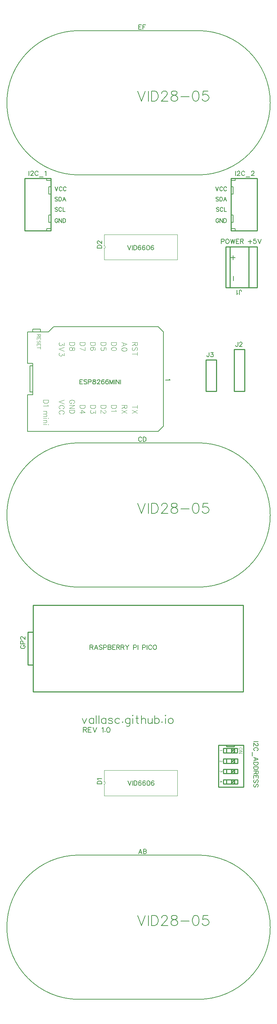
<source format=gto>
G04 Layer: TopSilkscreenLayer*
G04 EasyEDA v6.5.22, 2022-11-17 17:56:15*
G04 bd1838edf7794fe9965007c2dd97f0f2,c41f2f61388c4f97afb2f396c9cd50e1,10*
G04 Gerber Generator version 0.2*
G04 Scale: 100 percent, Rotated: No, Reflected: No *
G04 Dimensions in inches *
G04 leading zeros omitted , absolute positions ,3 integer and 6 decimal *
%FSLAX36Y36*%
%MOIN*%

%ADD10C,0.0080*%
%ADD11C,0.0059*%
%ADD12C,0.0060*%
%ADD13C,0.0040*%
%ADD14C,0.0026*%
%ADD15C,0.0039*%
%ADD16C,0.0100*%
%ADD17C,0.0050*%
%ADD18C,0.0079*%
%ADD19C,0.0039*%
%ADD20C,0.0134*%

%LPD*%
D10*
X1015699Y2783600D02*
G01*
X1037600Y2732700D01*
X1059399Y2783600D02*
G01*
X1037600Y2732700D01*
X1126999Y2783600D02*
G01*
X1126999Y2732700D01*
X1126999Y2772700D02*
G01*
X1119700Y2780000D01*
X1112500Y2783600D01*
X1101599Y2783600D01*
X1094300Y2780000D01*
X1086999Y2772700D01*
X1083400Y2761799D01*
X1083400Y2754499D01*
X1086999Y2743600D01*
X1094300Y2736300D01*
X1101599Y2732700D01*
X1112500Y2732700D01*
X1119700Y2736300D01*
X1126999Y2743600D01*
X1151000Y2809099D02*
G01*
X1151000Y2732700D01*
X1175000Y2809099D02*
G01*
X1175000Y2732700D01*
X1242700Y2783600D02*
G01*
X1242700Y2732700D01*
X1242700Y2772700D02*
G01*
X1235399Y2780000D01*
X1228100Y2783600D01*
X1217200Y2783600D01*
X1209899Y2780000D01*
X1202700Y2772700D01*
X1198999Y2761799D01*
X1198999Y2754499D01*
X1202700Y2743600D01*
X1209899Y2736300D01*
X1217200Y2732700D01*
X1228100Y2732700D01*
X1235399Y2736300D01*
X1242700Y2743600D01*
X1306700Y2772700D02*
G01*
X1303000Y2780000D01*
X1292100Y2783600D01*
X1281199Y2783600D01*
X1270299Y2780000D01*
X1266700Y2772700D01*
X1270299Y2765399D01*
X1277600Y2761799D01*
X1295699Y2758200D01*
X1303000Y2754499D01*
X1306700Y2747300D01*
X1306700Y2743600D01*
X1303000Y2736300D01*
X1292100Y2732700D01*
X1281199Y2732700D01*
X1270299Y2736300D01*
X1266700Y2743600D01*
X1374300Y2772700D02*
G01*
X1366999Y2780000D01*
X1359700Y2783600D01*
X1348800Y2783600D01*
X1341599Y2780000D01*
X1334300Y2772700D01*
X1330699Y2761799D01*
X1330699Y2754499D01*
X1334300Y2743600D01*
X1341599Y2736300D01*
X1348800Y2732700D01*
X1359700Y2732700D01*
X1366999Y2736300D01*
X1374300Y2743600D01*
X1401899Y2750900D02*
G01*
X1398299Y2747300D01*
X1401899Y2743600D01*
X1405600Y2747300D01*
X1401899Y2750900D01*
X1473199Y2783600D02*
G01*
X1473199Y2725399D01*
X1469600Y2714499D01*
X1465900Y2710900D01*
X1458699Y2707300D01*
X1447700Y2707300D01*
X1440500Y2710900D01*
X1473199Y2772700D02*
G01*
X1465900Y2780000D01*
X1458699Y2783600D01*
X1447700Y2783600D01*
X1440500Y2780000D01*
X1433199Y2772700D01*
X1429600Y2761799D01*
X1429600Y2754499D01*
X1433199Y2743600D01*
X1440500Y2736300D01*
X1447700Y2732700D01*
X1458699Y2732700D01*
X1465900Y2736300D01*
X1473199Y2743600D01*
X1497200Y2809099D02*
G01*
X1500799Y2805399D01*
X1504499Y2809099D01*
X1500799Y2812700D01*
X1497200Y2809099D01*
X1500799Y2783600D02*
G01*
X1500799Y2732700D01*
X1539399Y2809099D02*
G01*
X1539399Y2747300D01*
X1543000Y2736300D01*
X1550299Y2732700D01*
X1557600Y2732700D01*
X1528500Y2783600D02*
G01*
X1553900Y2783600D01*
X1581599Y2809099D02*
G01*
X1581599Y2732700D01*
X1581599Y2769099D02*
G01*
X1592500Y2780000D01*
X1599700Y2783600D01*
X1610699Y2783600D01*
X1617899Y2780000D01*
X1621599Y2769099D01*
X1621599Y2732700D01*
X1645600Y2783600D02*
G01*
X1645600Y2747300D01*
X1649200Y2736300D01*
X1656499Y2732700D01*
X1667399Y2732700D01*
X1674700Y2736300D01*
X1685600Y2747300D01*
X1685600Y2783600D02*
G01*
X1685600Y2732700D01*
X1709600Y2809099D02*
G01*
X1709600Y2732700D01*
X1709600Y2772700D02*
G01*
X1716800Y2780000D01*
X1724099Y2783600D01*
X1735000Y2783600D01*
X1742299Y2780000D01*
X1749600Y2772700D01*
X1753199Y2761799D01*
X1753199Y2754499D01*
X1749600Y2743600D01*
X1742299Y2736300D01*
X1735000Y2732700D01*
X1724099Y2732700D01*
X1716800Y2736300D01*
X1709600Y2743600D01*
X1780799Y2750900D02*
G01*
X1777200Y2747300D01*
X1780799Y2743600D01*
X1784499Y2747300D01*
X1780799Y2750900D01*
X1808500Y2809099D02*
G01*
X1812100Y2805399D01*
X1815699Y2809099D01*
X1812100Y2812700D01*
X1808500Y2809099D01*
X1812100Y2783600D02*
G01*
X1812100Y2732700D01*
X1857899Y2783600D02*
G01*
X1850699Y2780000D01*
X1843400Y2772700D01*
X1839700Y2761799D01*
X1839700Y2754499D01*
X1843400Y2743600D01*
X1850699Y2736300D01*
X1857899Y2732700D01*
X1868800Y2732700D01*
X1876099Y2736300D01*
X1883400Y2743600D01*
X1886999Y2754499D01*
X1886999Y2761799D01*
X1883400Y2772700D01*
X1876099Y2780000D01*
X1868800Y2783600D01*
X1857899Y2783600D01*
X1027574Y2696095D02*
G01*
X1027574Y2648395D01*
X1027574Y2696095D02*
G01*
X1047974Y2696095D01*
X1054873Y2693895D01*
X1057074Y2691595D01*
X1059373Y2686995D01*
X1059373Y2682496D01*
X1057074Y2677896D01*
X1054873Y2675695D01*
X1047974Y2673395D01*
X1027574Y2673395D01*
X1043473Y2673395D02*
G01*
X1059373Y2648395D01*
X1074373Y2696095D02*
G01*
X1074373Y2648395D01*
X1074373Y2696095D02*
G01*
X1103873Y2696095D01*
X1074373Y2673395D02*
G01*
X1092574Y2673395D01*
X1074373Y2648395D02*
G01*
X1103873Y2648395D01*
X1118873Y2696095D02*
G01*
X1137074Y2648395D01*
X1155273Y2696095D02*
G01*
X1137074Y2648395D01*
X1205273Y2686995D02*
G01*
X1209873Y2689295D01*
X1216674Y2696095D01*
X1216674Y2648395D01*
X1233873Y2659796D02*
G01*
X1231674Y2657496D01*
X1233873Y2655196D01*
X1236174Y2657496D01*
X1233873Y2659796D01*
X1264873Y2696095D02*
G01*
X1257974Y2693895D01*
X1253473Y2686995D01*
X1251174Y2675695D01*
X1251174Y2668895D01*
X1253473Y2657496D01*
X1257974Y2650695D01*
X1264873Y2648395D01*
X1269373Y2648395D01*
X1276174Y2650695D01*
X1280774Y2657496D01*
X1282974Y2668895D01*
X1282974Y2675695D01*
X1280774Y2686995D01*
X1276174Y2693895D01*
X1269373Y2696095D01*
X1264873Y2696095D01*
D11*
X755943Y7858649D02*
G01*
X770243Y7821050D01*
X784543Y7858649D02*
G01*
X770243Y7821050D01*
X823243Y7849650D02*
G01*
X821442Y7853249D01*
X817843Y7856849D01*
X814242Y7858649D01*
X807043Y7858649D01*
X803542Y7856849D01*
X799943Y7853249D01*
X798143Y7849650D01*
X796342Y7844349D01*
X796342Y7835349D01*
X798143Y7829949D01*
X799943Y7826450D01*
X803542Y7822849D01*
X807043Y7821050D01*
X814242Y7821050D01*
X817843Y7822849D01*
X821442Y7826450D01*
X823243Y7829949D01*
X861842Y7849650D02*
G01*
X860042Y7853249D01*
X856442Y7856849D01*
X852942Y7858649D01*
X845743Y7858649D01*
X842142Y7856849D01*
X838542Y7853249D01*
X836842Y7849650D01*
X835042Y7844349D01*
X835042Y7835349D01*
X836842Y7829949D01*
X838542Y7826450D01*
X842142Y7822849D01*
X845743Y7821050D01*
X852942Y7821050D01*
X856442Y7822849D01*
X860042Y7826450D01*
X861842Y7829949D01*
X780965Y7754825D02*
G01*
X777366Y7758425D01*
X771966Y7760225D01*
X764866Y7760225D01*
X759466Y7758425D01*
X755866Y7754825D01*
X755866Y7751226D01*
X757665Y7747725D01*
X759466Y7745925D01*
X763065Y7744126D01*
X773765Y7740526D01*
X777366Y7738726D01*
X779165Y7736925D01*
X780965Y7733326D01*
X780965Y7728026D01*
X777366Y7724425D01*
X771966Y7722626D01*
X764866Y7722626D01*
X759466Y7724425D01*
X755866Y7728026D01*
X792766Y7760225D02*
G01*
X792766Y7722626D01*
X792766Y7760225D02*
G01*
X805266Y7760225D01*
X810666Y7758425D01*
X814265Y7754825D01*
X816066Y7751226D01*
X817866Y7745925D01*
X817866Y7736925D01*
X816066Y7731525D01*
X814265Y7728026D01*
X810666Y7724425D01*
X805266Y7722626D01*
X792766Y7722626D01*
X843966Y7760225D02*
G01*
X829665Y7722626D01*
X843966Y7760225D02*
G01*
X858266Y7722626D01*
X834966Y7735126D02*
G01*
X852866Y7735126D01*
X780928Y7656448D02*
G01*
X777429Y7659947D01*
X772029Y7661747D01*
X764828Y7661747D01*
X759529Y7659947D01*
X755929Y7656448D01*
X755929Y7652847D01*
X757728Y7649247D01*
X759529Y7647447D01*
X763028Y7645648D01*
X773828Y7642048D01*
X777429Y7640347D01*
X779129Y7638548D01*
X780928Y7634947D01*
X780928Y7629548D01*
X777429Y7625947D01*
X772029Y7624247D01*
X764828Y7624247D01*
X759529Y7625947D01*
X755929Y7629548D01*
X819629Y7652847D02*
G01*
X817829Y7656448D01*
X814228Y7659947D01*
X810628Y7661747D01*
X803528Y7661747D01*
X799929Y7659947D01*
X796328Y7656448D01*
X794529Y7652847D01*
X792728Y7647447D01*
X792728Y7638548D01*
X794529Y7633148D01*
X796328Y7629548D01*
X799929Y7625947D01*
X803528Y7624247D01*
X810628Y7624247D01*
X814228Y7625947D01*
X817829Y7629548D01*
X819629Y7633148D01*
X831428Y7661747D02*
G01*
X831428Y7624247D01*
X831428Y7624247D02*
G01*
X852929Y7624247D01*
X782728Y7546550D02*
G01*
X780928Y7550149D01*
X777429Y7553649D01*
X773828Y7555450D01*
X766629Y7555450D01*
X763028Y7553649D01*
X759529Y7550149D01*
X757728Y7546550D01*
X755929Y7541149D01*
X755929Y7532249D01*
X757728Y7526849D01*
X759529Y7523249D01*
X763028Y7519650D01*
X766629Y7517849D01*
X773828Y7517849D01*
X777429Y7519650D01*
X780928Y7523249D01*
X782728Y7526849D01*
X782728Y7532249D01*
X773828Y7532249D02*
G01*
X782728Y7532249D01*
X794529Y7555450D02*
G01*
X794529Y7517849D01*
X794529Y7555450D02*
G01*
X819629Y7517849D01*
X819629Y7555450D02*
G01*
X819629Y7517849D01*
X831428Y7555450D02*
G01*
X831428Y7517849D01*
X831428Y7555450D02*
G01*
X843928Y7555450D01*
X849328Y7553649D01*
X852929Y7550149D01*
X854728Y7546550D01*
X856428Y7541149D01*
X856428Y7532249D01*
X854728Y7526849D01*
X852929Y7523249D01*
X849328Y7519650D01*
X843928Y7517849D01*
X831428Y7517849D01*
X2291377Y7858649D02*
G01*
X2305676Y7821050D01*
X2319978Y7858649D02*
G01*
X2305676Y7821050D01*
X2358678Y7849650D02*
G01*
X2356880Y7853249D01*
X2353278Y7856849D01*
X2349677Y7858649D01*
X2342478Y7858649D01*
X2338978Y7856849D01*
X2335378Y7853249D01*
X2333576Y7849650D01*
X2331777Y7844349D01*
X2331777Y7835349D01*
X2333576Y7829949D01*
X2335378Y7826450D01*
X2338978Y7822849D01*
X2342478Y7821050D01*
X2349677Y7821050D01*
X2353278Y7822849D01*
X2356880Y7826450D01*
X2358678Y7829949D01*
X2397280Y7849650D02*
G01*
X2395477Y7853249D01*
X2391880Y7856849D01*
X2388377Y7858649D01*
X2381178Y7858649D01*
X2377577Y7856849D01*
X2373978Y7853249D01*
X2372280Y7849650D01*
X2370477Y7844349D01*
X2370477Y7835349D01*
X2372280Y7829949D01*
X2373978Y7826450D01*
X2377577Y7822849D01*
X2381178Y7821050D01*
X2388377Y7821050D01*
X2391880Y7822849D01*
X2395477Y7826450D01*
X2397280Y7829949D01*
X2320336Y7754825D02*
G01*
X2316737Y7758425D01*
X2311337Y7760225D01*
X2304237Y7760225D01*
X2298837Y7758425D01*
X2295236Y7754825D01*
X2295236Y7751226D01*
X2297039Y7747725D01*
X2298837Y7745925D01*
X2302439Y7744126D01*
X2313136Y7740526D01*
X2316737Y7738726D01*
X2318536Y7736925D01*
X2320336Y7733326D01*
X2320336Y7728026D01*
X2316737Y7724425D01*
X2311337Y7722626D01*
X2304237Y7722626D01*
X2298837Y7724425D01*
X2295236Y7728026D01*
X2332138Y7760225D02*
G01*
X2332138Y7722626D01*
X2332138Y7760225D02*
G01*
X2344638Y7760225D01*
X2350038Y7758425D01*
X2353636Y7754825D01*
X2355435Y7751226D01*
X2357237Y7745925D01*
X2357237Y7736925D01*
X2355435Y7731525D01*
X2353636Y7728026D01*
X2350038Y7724425D01*
X2344638Y7722626D01*
X2332138Y7722626D01*
X2383335Y7760225D02*
G01*
X2369036Y7722626D01*
X2383335Y7760225D02*
G01*
X2397637Y7722626D01*
X2374336Y7735126D02*
G01*
X2392237Y7735126D01*
X2324237Y7656448D02*
G01*
X2320738Y7659947D01*
X2315338Y7661747D01*
X2308139Y7661747D01*
X2302838Y7659947D01*
X2299237Y7656448D01*
X2299237Y7652847D01*
X2301040Y7649247D01*
X2302838Y7647447D01*
X2306337Y7645648D01*
X2317137Y7642048D01*
X2320738Y7640347D01*
X2322438Y7638548D01*
X2324237Y7634947D01*
X2324237Y7629548D01*
X2320738Y7625947D01*
X2315338Y7624247D01*
X2308139Y7624247D01*
X2302838Y7625947D01*
X2299237Y7629548D01*
X2362937Y7652847D02*
G01*
X2361139Y7656448D01*
X2357537Y7659947D01*
X2353940Y7661747D01*
X2346836Y7661747D01*
X2343238Y7659947D01*
X2339637Y7656448D01*
X2337838Y7652847D01*
X2336040Y7647447D01*
X2336040Y7638548D01*
X2337838Y7633148D01*
X2339637Y7629548D01*
X2343238Y7625947D01*
X2346836Y7624247D01*
X2353940Y7624247D01*
X2357537Y7625947D01*
X2361139Y7629548D01*
X2362937Y7633148D01*
X2374736Y7661747D02*
G01*
X2374736Y7624247D01*
X2374736Y7624247D02*
G01*
X2396237Y7624247D01*
X2322102Y7546550D02*
G01*
X2320299Y7550149D01*
X2316800Y7553649D01*
X2313199Y7555450D01*
X2306000Y7555450D01*
X2302399Y7553649D01*
X2298900Y7550149D01*
X2297102Y7546550D01*
X2295299Y7541149D01*
X2295299Y7532249D01*
X2297102Y7526849D01*
X2298900Y7523249D01*
X2302399Y7519650D01*
X2306000Y7517849D01*
X2313199Y7517849D01*
X2316800Y7519650D01*
X2320299Y7523249D01*
X2322102Y7526849D01*
X2322102Y7532249D01*
X2313199Y7532249D02*
G01*
X2322102Y7532249D01*
X2333900Y7555450D02*
G01*
X2333900Y7517849D01*
X2333900Y7555450D02*
G01*
X2358999Y7517849D01*
X2358999Y7555450D02*
G01*
X2358999Y7517849D01*
X2370799Y7555450D02*
G01*
X2370799Y7517849D01*
X2370799Y7555450D02*
G01*
X2383299Y7555450D01*
X2388699Y7553649D01*
X2392299Y7550149D01*
X2394099Y7546550D01*
X2395799Y7541149D01*
X2395799Y7532249D01*
X2394099Y7526849D01*
X2392299Y7523249D01*
X2388699Y7519650D01*
X2383299Y7517849D01*
X2370799Y7517849D01*
D12*
X1090600Y3482399D02*
G01*
X1090600Y3439499D01*
X1090600Y3482399D02*
G01*
X1108999Y3482399D01*
X1115100Y3480399D01*
X1117100Y3478299D01*
X1119200Y3474200D01*
X1119200Y3470100D01*
X1117100Y3466100D01*
X1115100Y3464000D01*
X1108999Y3461999D01*
X1090600Y3461999D01*
X1104899Y3461999D02*
G01*
X1119200Y3439499D01*
X1149099Y3482399D02*
G01*
X1132700Y3439499D01*
X1149099Y3482399D02*
G01*
X1165399Y3439499D01*
X1138800Y3453800D02*
G01*
X1159300Y3453800D01*
X1207600Y3476300D02*
G01*
X1203500Y3480399D01*
X1197299Y3482399D01*
X1189099Y3482399D01*
X1183000Y3480399D01*
X1178900Y3476300D01*
X1178900Y3472199D01*
X1181000Y3468099D01*
X1183000Y3466100D01*
X1187100Y3464000D01*
X1199399Y3459899D01*
X1203500Y3457899D01*
X1205500Y3455799D01*
X1207600Y3451700D01*
X1207600Y3445599D01*
X1203500Y3441500D01*
X1197299Y3439499D01*
X1189099Y3439499D01*
X1183000Y3441500D01*
X1178900Y3445599D01*
X1221099Y3482399D02*
G01*
X1221099Y3439499D01*
X1221099Y3482399D02*
G01*
X1239499Y3482399D01*
X1245600Y3480399D01*
X1247600Y3478299D01*
X1249700Y3474200D01*
X1249700Y3468099D01*
X1247600Y3464000D01*
X1245600Y3461999D01*
X1239499Y3459899D01*
X1221099Y3459899D01*
X1263199Y3482399D02*
G01*
X1263199Y3439499D01*
X1263199Y3482399D02*
G01*
X1281599Y3482399D01*
X1287700Y3480399D01*
X1289799Y3478299D01*
X1291800Y3474200D01*
X1291800Y3470100D01*
X1289799Y3466100D01*
X1287700Y3464000D01*
X1281599Y3461999D01*
X1263199Y3461999D02*
G01*
X1281599Y3461999D01*
X1287700Y3459899D01*
X1289799Y3457899D01*
X1291800Y3453800D01*
X1291800Y3447600D01*
X1289799Y3443600D01*
X1287700Y3441500D01*
X1281599Y3439499D01*
X1263199Y3439499D01*
X1305299Y3482399D02*
G01*
X1305299Y3439499D01*
X1305299Y3482399D02*
G01*
X1331899Y3482399D01*
X1305299Y3461999D02*
G01*
X1321700Y3461999D01*
X1305299Y3439499D02*
G01*
X1331899Y3439499D01*
X1345399Y3482399D02*
G01*
X1345399Y3439499D01*
X1345399Y3482399D02*
G01*
X1363800Y3482399D01*
X1370000Y3480399D01*
X1371999Y3478299D01*
X1374099Y3474200D01*
X1374099Y3470100D01*
X1371999Y3466100D01*
X1370000Y3464000D01*
X1363800Y3461999D01*
X1345399Y3461999D01*
X1359700Y3461999D02*
G01*
X1374099Y3439499D01*
X1387600Y3482399D02*
G01*
X1387600Y3439499D01*
X1387600Y3482399D02*
G01*
X1406000Y3482399D01*
X1412100Y3480399D01*
X1414099Y3478299D01*
X1416199Y3474200D01*
X1416199Y3470100D01*
X1414099Y3466100D01*
X1412100Y3464000D01*
X1406000Y3461999D01*
X1387600Y3461999D01*
X1401899Y3461999D02*
G01*
X1416199Y3439499D01*
X1429700Y3482399D02*
G01*
X1446099Y3461999D01*
X1446099Y3439499D01*
X1462399Y3482399D02*
G01*
X1446099Y3461999D01*
X1507399Y3482399D02*
G01*
X1507399Y3439499D01*
X1507399Y3482399D02*
G01*
X1525799Y3482399D01*
X1531999Y3480399D01*
X1533999Y3478299D01*
X1536099Y3474200D01*
X1536099Y3468099D01*
X1533999Y3464000D01*
X1531999Y3461999D01*
X1525799Y3459899D01*
X1507399Y3459899D01*
X1549600Y3482399D02*
G01*
X1549600Y3439499D01*
X1594600Y3482399D02*
G01*
X1594600Y3439499D01*
X1594600Y3482399D02*
G01*
X1613000Y3482399D01*
X1619099Y3480399D01*
X1621099Y3478299D01*
X1623199Y3474200D01*
X1623199Y3468099D01*
X1621099Y3464000D01*
X1619099Y3461999D01*
X1613000Y3459899D01*
X1594600Y3459899D01*
X1636700Y3482399D02*
G01*
X1636700Y3439499D01*
X1680900Y3472199D02*
G01*
X1678800Y3476300D01*
X1674700Y3480399D01*
X1670600Y3482399D01*
X1662500Y3482399D01*
X1658400Y3480399D01*
X1654300Y3476300D01*
X1652200Y3472199D01*
X1650200Y3466100D01*
X1650200Y3455799D01*
X1652200Y3449699D01*
X1654300Y3445599D01*
X1658400Y3441500D01*
X1662500Y3439499D01*
X1670600Y3439499D01*
X1674700Y3441500D01*
X1678800Y3445599D01*
X1680900Y3449699D01*
X1706599Y3482399D02*
G01*
X1702600Y3480399D01*
X1698500Y3476300D01*
X1696400Y3472199D01*
X1694399Y3466100D01*
X1694399Y3455799D01*
X1696400Y3449699D01*
X1698500Y3445599D01*
X1702600Y3441500D01*
X1706599Y3439499D01*
X1714799Y3439499D01*
X1718900Y3441500D01*
X1723000Y3445599D01*
X1725100Y3449699D01*
X1727100Y3455799D01*
X1727100Y3466100D01*
X1725100Y3472199D01*
X1723000Y3476300D01*
X1718900Y3480399D01*
X1714799Y3482399D01*
X1706599Y3482399D01*
X435990Y3479929D02*
G01*
X431889Y3477829D01*
X427789Y3473730D01*
X425790Y3469630D01*
X425790Y3461529D01*
X427789Y3457429D01*
X431889Y3453330D01*
X435990Y3451230D01*
X442089Y3449229D01*
X452390Y3449229D01*
X458490Y3451230D01*
X462590Y3453330D01*
X466689Y3457429D01*
X468690Y3461529D01*
X468690Y3469630D01*
X466689Y3473730D01*
X462590Y3477829D01*
X458490Y3479929D01*
X452390Y3479929D01*
X452390Y3469630D02*
G01*
X452390Y3479929D01*
X425790Y3493429D02*
G01*
X468690Y3493429D01*
X425790Y3493429D02*
G01*
X425790Y3511830D01*
X427789Y3517930D01*
X429890Y3520030D01*
X433989Y3522029D01*
X440090Y3522029D01*
X444189Y3520030D01*
X446190Y3517930D01*
X448290Y3511830D01*
X448290Y3493429D01*
X435990Y3537530D02*
G01*
X433989Y3537530D01*
X429890Y3539630D01*
X427789Y3541630D01*
X425790Y3545729D01*
X425790Y3553930D01*
X427789Y3558029D01*
X429890Y3560030D01*
X433989Y3562130D01*
X438090Y3562130D01*
X442089Y3560030D01*
X448290Y3556030D01*
X468690Y3535529D01*
X468690Y3564130D01*
X2346430Y7360382D02*
G01*
X2346430Y7317381D01*
X2346430Y7360382D02*
G01*
X2364830Y7360382D01*
X2371030Y7358281D01*
X2373029Y7356282D01*
X2375129Y7352181D01*
X2375129Y7346082D01*
X2373029Y7341981D01*
X2371030Y7339881D01*
X2364830Y7337882D01*
X2346430Y7337882D01*
X2400829Y7360382D02*
G01*
X2396729Y7358281D01*
X2392730Y7354281D01*
X2390630Y7350182D01*
X2388630Y7343982D01*
X2388630Y7333782D01*
X2390630Y7327682D01*
X2392730Y7323582D01*
X2396729Y7319481D01*
X2400829Y7317381D01*
X2409030Y7317381D01*
X2413130Y7319481D01*
X2417229Y7323582D01*
X2419229Y7327682D01*
X2421329Y7333782D01*
X2421329Y7343982D01*
X2419229Y7350182D01*
X2417229Y7354281D01*
X2413130Y7358281D01*
X2409030Y7360382D01*
X2400829Y7360382D01*
X2434830Y7360382D02*
G01*
X2445029Y7317381D01*
X2455230Y7360382D02*
G01*
X2445029Y7317381D01*
X2455230Y7360382D02*
G01*
X2465529Y7317381D01*
X2475730Y7360382D02*
G01*
X2465529Y7317381D01*
X2489229Y7360382D02*
G01*
X2489229Y7317381D01*
X2489229Y7360382D02*
G01*
X2515829Y7360382D01*
X2489229Y7339881D02*
G01*
X2505630Y7339881D01*
X2489229Y7317381D02*
G01*
X2515829Y7317381D01*
X2529330Y7360382D02*
G01*
X2529330Y7317381D01*
X2529330Y7360382D02*
G01*
X2547730Y7360382D01*
X2553829Y7358281D01*
X2555929Y7356282D01*
X2557929Y7352181D01*
X2557929Y7348081D01*
X2555929Y7343982D01*
X2553829Y7341981D01*
X2547730Y7339881D01*
X2529330Y7339881D01*
X2543630Y7339881D02*
G01*
X2557929Y7317381D01*
X2621329Y7354281D02*
G01*
X2621329Y7317381D01*
X2602929Y7335781D02*
G01*
X2639729Y7335781D01*
X2677830Y7360382D02*
G01*
X2657330Y7360382D01*
X2655330Y7341981D01*
X2657330Y7343982D01*
X2663530Y7346082D01*
X2669629Y7346082D01*
X2675730Y7343982D01*
X2679830Y7339881D01*
X2681930Y7333782D01*
X2681930Y7329681D01*
X2679830Y7323582D01*
X2675730Y7319481D01*
X2669629Y7317381D01*
X2663530Y7317381D01*
X2657330Y7319481D01*
X2655330Y7321482D01*
X2653230Y7325581D01*
X2695429Y7360382D02*
G01*
X2711729Y7317381D01*
X2728130Y7360382D02*
G01*
X2711729Y7317381D01*
X2518887Y6831253D02*
G01*
X2518887Y6863953D01*
X2520888Y6870154D01*
X2522987Y6872154D01*
X2527088Y6874254D01*
X2531188Y6874254D01*
X2535288Y6872154D01*
X2537287Y6870154D01*
X2539387Y6863953D01*
X2539387Y6859953D01*
X2505388Y6839454D02*
G01*
X2501288Y6837453D01*
X2495187Y6831253D01*
X2495187Y6874254D01*
D10*
X2458500Y7161900D02*
G01*
X2458500Y7203800D01*
X2479399Y7182900D02*
G01*
X2437500Y7182900D01*
X2463100Y7006599D02*
G01*
X2463100Y6964699D01*
D12*
X2504753Y6376111D02*
G01*
X2504753Y6343411D01*
X2502653Y6337212D01*
X2500653Y6335212D01*
X2496553Y6333211D01*
X2492452Y6333211D01*
X2488352Y6335212D01*
X2486252Y6337212D01*
X2484252Y6343411D01*
X2484252Y6347512D01*
X2520253Y6365911D02*
G01*
X2520253Y6367912D01*
X2522253Y6372012D01*
X2524353Y6374112D01*
X2528452Y6376111D01*
X2536652Y6376111D01*
X2540753Y6374112D01*
X2542753Y6372012D01*
X2544753Y6367912D01*
X2544753Y6363811D01*
X2542753Y6359712D01*
X2538653Y6353611D01*
X2518253Y6333211D01*
X2546853Y6333211D01*
X2229162Y6277687D02*
G01*
X2229162Y6244987D01*
X2227062Y6238787D01*
X2225063Y6236786D01*
X2220963Y6234787D01*
X2216863Y6234787D01*
X2212763Y6236786D01*
X2210663Y6238787D01*
X2208662Y6244987D01*
X2208662Y6249087D01*
X2246662Y6277687D02*
G01*
X2269162Y6277687D01*
X2256962Y6261287D01*
X2263063Y6261287D01*
X2267163Y6259286D01*
X2269162Y6257287D01*
X2271262Y6251087D01*
X2271262Y6246986D01*
X2269162Y6240886D01*
X2265163Y6236786D01*
X2258963Y6234787D01*
X2252862Y6234787D01*
X2246662Y6236786D01*
X2244663Y6238787D01*
X2242663Y6242887D01*
X1571418Y1532800D02*
G01*
X1555118Y1489900D01*
X1571418Y1532800D02*
G01*
X1587817Y1489900D01*
X1561217Y1504200D02*
G01*
X1581718Y1504200D01*
X1601318Y1532800D02*
G01*
X1601318Y1489900D01*
X1601318Y1532800D02*
G01*
X1619718Y1532800D01*
X1625817Y1530801D01*
X1627917Y1528701D01*
X1629917Y1524701D01*
X1629917Y1520601D01*
X1627917Y1516500D01*
X1625817Y1514400D01*
X1619718Y1512400D01*
X1601318Y1512400D02*
G01*
X1619718Y1512400D01*
X1625817Y1510300D01*
X1627917Y1508301D01*
X1629917Y1504200D01*
X1629917Y1498101D01*
X1627917Y1494000D01*
X1625817Y1491900D01*
X1619718Y1489900D01*
X1601318Y1489900D01*
D10*
X1545317Y899301D02*
G01*
X1581617Y803901D01*
X1618018Y899301D02*
G01*
X1581617Y803901D01*
X1648018Y899301D02*
G01*
X1648018Y803901D01*
X1678018Y899301D02*
G01*
X1678018Y803901D01*
X1678018Y899301D02*
G01*
X1709817Y899301D01*
X1723518Y894801D01*
X1732518Y885700D01*
X1737118Y876601D01*
X1741617Y863000D01*
X1741617Y840201D01*
X1737118Y826601D01*
X1732518Y817501D01*
X1723518Y808400D01*
X1709817Y803901D01*
X1678018Y803901D01*
X1776217Y876601D02*
G01*
X1776217Y881201D01*
X1780717Y890201D01*
X1785317Y894801D01*
X1794417Y899301D01*
X1812518Y899301D01*
X1821617Y894801D01*
X1826217Y890201D01*
X1830717Y881201D01*
X1830717Y872100D01*
X1826217Y863000D01*
X1817118Y849301D01*
X1771617Y803901D01*
X1835317Y803901D01*
X1888018Y899301D02*
G01*
X1874417Y894801D01*
X1869817Y885700D01*
X1869817Y876601D01*
X1874417Y867501D01*
X1883518Y863000D01*
X1901617Y858400D01*
X1915317Y853901D01*
X1924417Y844801D01*
X1928918Y835700D01*
X1928918Y822100D01*
X1924417Y813000D01*
X1919817Y808400D01*
X1906217Y803901D01*
X1888018Y803901D01*
X1874417Y808400D01*
X1869817Y813000D01*
X1865317Y822100D01*
X1865317Y835700D01*
X1869817Y844801D01*
X1878918Y853901D01*
X1892518Y858400D01*
X1910717Y863000D01*
X1919817Y867501D01*
X1924417Y876601D01*
X1924417Y885700D01*
X1919817Y894801D01*
X1906217Y899301D01*
X1888018Y899301D01*
X1958918Y844801D02*
G01*
X2040717Y844801D01*
X2098018Y899301D02*
G01*
X2084417Y894801D01*
X2075317Y881201D01*
X2070717Y858400D01*
X2070717Y844801D01*
X2075317Y822100D01*
X2084417Y808400D01*
X2098018Y803901D01*
X2107118Y803901D01*
X2120717Y808400D01*
X2129817Y822100D01*
X2134417Y844801D01*
X2134417Y858400D01*
X2129817Y881201D01*
X2120717Y894801D01*
X2107118Y899301D01*
X2098018Y899301D01*
X2218918Y899301D02*
G01*
X2173518Y899301D01*
X2168918Y858400D01*
X2173518Y863000D01*
X2187118Y867501D01*
X2200717Y867501D01*
X2214417Y863000D01*
X2223518Y853901D01*
X2228018Y840201D01*
X2228018Y831201D01*
X2223518Y817501D01*
X2214417Y808400D01*
X2200717Y803901D01*
X2187118Y803901D01*
X2173518Y808400D01*
X2168918Y813000D01*
X2164417Y822100D01*
D12*
X1585717Y5459609D02*
G01*
X1583717Y5463710D01*
X1579618Y5467809D01*
X1575518Y5469810D01*
X1567317Y5469810D01*
X1563217Y5467809D01*
X1559218Y5463710D01*
X1557118Y5459609D01*
X1555118Y5453510D01*
X1555118Y5443310D01*
X1557118Y5437109D01*
X1559218Y5433009D01*
X1563217Y5428910D01*
X1567317Y5426909D01*
X1575518Y5426909D01*
X1579618Y5428910D01*
X1583717Y5433009D01*
X1585717Y5437109D01*
X1599218Y5469810D02*
G01*
X1599218Y5426909D01*
X1599218Y5469810D02*
G01*
X1613617Y5469810D01*
X1619718Y5467809D01*
X1623818Y5463710D01*
X1625817Y5459609D01*
X1627917Y5453510D01*
X1627917Y5443310D01*
X1625817Y5437109D01*
X1623818Y5433009D01*
X1619718Y5428910D01*
X1613617Y5426909D01*
X1599218Y5426909D01*
D10*
X1545317Y4836309D02*
G01*
X1581617Y4740909D01*
X1618018Y4836309D02*
G01*
X1581617Y4740909D01*
X1648018Y4836309D02*
G01*
X1648018Y4740909D01*
X1678018Y4836309D02*
G01*
X1678018Y4740909D01*
X1678018Y4836309D02*
G01*
X1709817Y4836309D01*
X1723518Y4831810D01*
X1732518Y4822710D01*
X1737118Y4813609D01*
X1741617Y4800010D01*
X1741617Y4777210D01*
X1737118Y4763609D01*
X1732518Y4754510D01*
X1723518Y4745410D01*
X1709817Y4740909D01*
X1678018Y4740909D01*
X1776217Y4813609D02*
G01*
X1776217Y4818209D01*
X1780717Y4827210D01*
X1785317Y4831810D01*
X1794417Y4836309D01*
X1812518Y4836309D01*
X1821617Y4831810D01*
X1826217Y4827210D01*
X1830717Y4818209D01*
X1830717Y4809110D01*
X1826217Y4800010D01*
X1817118Y4786309D01*
X1771617Y4740909D01*
X1835317Y4740909D01*
X1888018Y4836309D02*
G01*
X1874417Y4831810D01*
X1869817Y4822710D01*
X1869817Y4813609D01*
X1874417Y4804510D01*
X1883518Y4800010D01*
X1901617Y4795410D01*
X1915317Y4790909D01*
X1924417Y4781810D01*
X1928918Y4772710D01*
X1928918Y4759110D01*
X1924417Y4750010D01*
X1919817Y4745410D01*
X1906217Y4740909D01*
X1888018Y4740909D01*
X1874417Y4745410D01*
X1869817Y4750010D01*
X1865317Y4759110D01*
X1865317Y4772710D01*
X1869817Y4781810D01*
X1878918Y4790909D01*
X1892518Y4795410D01*
X1910717Y4800010D01*
X1919817Y4804510D01*
X1924417Y4813609D01*
X1924417Y4822710D01*
X1919817Y4831810D01*
X1906217Y4836309D01*
X1888018Y4836309D01*
X1958918Y4781810D02*
G01*
X2040717Y4781810D01*
X2098018Y4836309D02*
G01*
X2084417Y4831810D01*
X2075317Y4818209D01*
X2070717Y4795410D01*
X2070717Y4781810D01*
X2075317Y4759110D01*
X2084417Y4745410D01*
X2098018Y4740909D01*
X2107118Y4740909D01*
X2120717Y4745410D01*
X2129817Y4759110D01*
X2134417Y4781810D01*
X2134417Y4795410D01*
X2129817Y4818209D01*
X2120717Y4831810D01*
X2107118Y4836309D01*
X2098018Y4836309D01*
X2218918Y4836309D02*
G01*
X2173518Y4836309D01*
X2168918Y4795410D01*
X2173518Y4800010D01*
X2187118Y4804510D01*
X2200717Y4804510D01*
X2214417Y4800010D01*
X2223518Y4790909D01*
X2228018Y4777210D01*
X2228018Y4768209D01*
X2223518Y4754510D01*
X2214417Y4745410D01*
X2200717Y4740909D01*
X2187118Y4740909D01*
X2173518Y4745410D01*
X2168918Y4750010D01*
X2164417Y4759110D01*
D12*
X1555119Y9406817D02*
G01*
X1555119Y9363917D01*
X1555119Y9406817D02*
G01*
X1581719Y9406817D01*
X1555119Y9386417D02*
G01*
X1571518Y9386417D01*
X1555119Y9363917D02*
G01*
X1581719Y9363917D01*
X1595218Y9406817D02*
G01*
X1595218Y9363917D01*
X1595218Y9406817D02*
G01*
X1621818Y9406817D01*
X1595218Y9386417D02*
G01*
X1611619Y9386417D01*
D10*
X1545318Y8773317D02*
G01*
X1581619Y8677917D01*
X1618019Y8773317D02*
G01*
X1581619Y8677917D01*
X1648019Y8773317D02*
G01*
X1648019Y8677917D01*
X1678019Y8773317D02*
G01*
X1678019Y8677917D01*
X1678019Y8773317D02*
G01*
X1709818Y8773317D01*
X1723518Y8768817D01*
X1732519Y8759717D01*
X1737119Y8750617D01*
X1741619Y8737017D01*
X1741619Y8714216D01*
X1737119Y8700617D01*
X1732519Y8691516D01*
X1723518Y8682417D01*
X1709818Y8677917D01*
X1678019Y8677917D01*
X1776219Y8750617D02*
G01*
X1776219Y8755216D01*
X1780718Y8764216D01*
X1785318Y8768817D01*
X1794418Y8773317D01*
X1812519Y8773317D01*
X1821619Y8768817D01*
X1826219Y8764216D01*
X1830718Y8755216D01*
X1830718Y8746117D01*
X1826219Y8737017D01*
X1817119Y8723317D01*
X1771619Y8677917D01*
X1835318Y8677917D01*
X1888019Y8773317D02*
G01*
X1874418Y8768817D01*
X1869818Y8759717D01*
X1869818Y8750617D01*
X1874418Y8741516D01*
X1883518Y8737017D01*
X1901619Y8732417D01*
X1915318Y8727917D01*
X1924418Y8718817D01*
X1928918Y8709717D01*
X1928918Y8696117D01*
X1924418Y8687017D01*
X1919818Y8682417D01*
X1906219Y8677917D01*
X1888019Y8677917D01*
X1874418Y8682417D01*
X1869818Y8687017D01*
X1865318Y8696117D01*
X1865318Y8709717D01*
X1869818Y8718817D01*
X1878918Y8727917D01*
X1892519Y8732417D01*
X1910718Y8737017D01*
X1919818Y8741516D01*
X1924418Y8750617D01*
X1924418Y8759717D01*
X1919818Y8768817D01*
X1906219Y8773317D01*
X1888019Y8773317D01*
X1958918Y8718817D02*
G01*
X2040718Y8718817D01*
X2098019Y8773317D02*
G01*
X2084418Y8768817D01*
X2075318Y8755216D01*
X2070718Y8732417D01*
X2070718Y8718817D01*
X2075318Y8696117D01*
X2084418Y8682417D01*
X2098019Y8677917D01*
X2107119Y8677917D01*
X2120718Y8682417D01*
X2129818Y8696117D01*
X2134418Y8718817D01*
X2134418Y8732417D01*
X2129818Y8755216D01*
X2120718Y8768817D01*
X2107119Y8773317D01*
X2098019Y8773317D01*
X2218918Y8773317D02*
G01*
X2173518Y8773317D01*
X2168918Y8732417D01*
X2173518Y8737017D01*
X2187119Y8741516D01*
X2200718Y8741516D01*
X2214418Y8737017D01*
X2223518Y8727917D01*
X2228019Y8714216D01*
X2228019Y8705216D01*
X2223518Y8691516D01*
X2214418Y8682417D01*
X2200718Y8677917D01*
X2187119Y8677917D01*
X2173518Y8682417D01*
X2168918Y8687017D01*
X2164418Y8696117D01*
D12*
X507905Y8009938D02*
G01*
X507905Y7967037D01*
X523404Y7999738D02*
G01*
X523404Y8001837D01*
X525504Y8005938D01*
X527505Y8007937D01*
X531604Y8009938D01*
X539805Y8009938D01*
X543904Y8007937D01*
X545904Y8005938D01*
X548004Y8001837D01*
X548004Y7997737D01*
X545904Y7993638D01*
X541804Y7987438D01*
X521404Y7967037D01*
X550005Y7967037D01*
X594205Y7999738D02*
G01*
X592105Y8003838D01*
X588105Y8007937D01*
X584005Y8009938D01*
X575805Y8009938D01*
X571705Y8007937D01*
X567604Y8003838D01*
X565605Y7999738D01*
X563505Y7993638D01*
X563505Y7983438D01*
X565605Y7977238D01*
X567604Y7973137D01*
X571705Y7969038D01*
X575805Y7967037D01*
X584005Y7967037D01*
X588105Y7969038D01*
X592105Y7973137D01*
X594205Y7977238D01*
X607705Y7952737D02*
G01*
X644504Y7952737D01*
X658004Y8001837D02*
G01*
X662105Y8003838D01*
X668204Y8009938D01*
X668204Y7967037D01*
X2484291Y8010001D02*
G01*
X2484291Y7967002D01*
X2499791Y7999802D02*
G01*
X2499791Y8001801D01*
X2501891Y8005902D01*
X2503891Y8007901D01*
X2507992Y8010001D01*
X2516192Y8010001D01*
X2520291Y8007901D01*
X2522291Y8005902D01*
X2524391Y8001801D01*
X2524391Y7997701D01*
X2522291Y7993602D01*
X2518191Y7987501D01*
X2497791Y7967002D01*
X2526391Y7967002D01*
X2570591Y7999802D02*
G01*
X2568491Y8003802D01*
X2564391Y8007901D01*
X2560392Y8010001D01*
X2552191Y8010001D01*
X2548091Y8007901D01*
X2543991Y8003802D01*
X2541891Y7999802D01*
X2539892Y7993602D01*
X2539892Y7983402D01*
X2541891Y7977302D01*
X2543991Y7973202D01*
X2548091Y7969101D01*
X2552191Y7967002D01*
X2560392Y7967002D01*
X2564391Y7969101D01*
X2568491Y7973202D01*
X2570591Y7977302D01*
X2584092Y7952701D02*
G01*
X2620892Y7952701D01*
X2636391Y7999802D02*
G01*
X2636391Y8001801D01*
X2638491Y8005902D01*
X2640492Y8007901D01*
X2644592Y8010001D01*
X2652791Y8010001D01*
X2656891Y8007901D01*
X2658891Y8005902D01*
X2660991Y8001801D01*
X2660991Y7997701D01*
X2658891Y7993602D01*
X2654892Y7987501D01*
X2634391Y7967002D01*
X2662992Y7967002D01*
X992130Y6017840D02*
G01*
X992130Y5974940D01*
X992130Y6017840D02*
G01*
X1018730Y6017840D01*
X992130Y5997440D02*
G01*
X1008531Y5997440D01*
X992130Y5974940D02*
G01*
X1018730Y5974940D01*
X1060830Y6011741D02*
G01*
X1056730Y6015841D01*
X1050631Y6017840D01*
X1042430Y6017840D01*
X1036331Y6015841D01*
X1032231Y6011741D01*
X1032231Y6007640D01*
X1034230Y6003541D01*
X1036331Y6001441D01*
X1040430Y5999441D01*
X1052631Y5995340D01*
X1056730Y5993341D01*
X1058831Y5991241D01*
X1060830Y5987141D01*
X1060830Y5981041D01*
X1056730Y5976941D01*
X1050631Y5974940D01*
X1042430Y5974940D01*
X1036331Y5976941D01*
X1032231Y5981041D01*
X1074331Y6017840D02*
G01*
X1074331Y5974940D01*
X1074331Y6017840D02*
G01*
X1092731Y6017840D01*
X1098931Y6015841D01*
X1100931Y6013741D01*
X1103031Y6009641D01*
X1103031Y6003541D01*
X1100931Y5999441D01*
X1098931Y5997440D01*
X1092731Y5995340D01*
X1074331Y5995340D01*
X1126730Y6017840D02*
G01*
X1120631Y6015841D01*
X1118531Y6011741D01*
X1118531Y6007640D01*
X1120631Y6003541D01*
X1124630Y6001441D01*
X1132830Y5999441D01*
X1139031Y5997440D01*
X1143131Y5993341D01*
X1145131Y5989241D01*
X1145131Y5983040D01*
X1143131Y5978941D01*
X1141031Y5976941D01*
X1134930Y5974940D01*
X1126730Y5974940D01*
X1120631Y5976941D01*
X1118531Y5978941D01*
X1116531Y5983040D01*
X1116531Y5989241D01*
X1118531Y5993341D01*
X1122631Y5997440D01*
X1128730Y5999441D01*
X1136931Y6001441D01*
X1141031Y6003541D01*
X1143131Y6007640D01*
X1143131Y6011741D01*
X1141031Y6015841D01*
X1134930Y6017840D01*
X1126730Y6017840D01*
X1160631Y6007640D02*
G01*
X1160631Y6009641D01*
X1162731Y6013741D01*
X1164731Y6015841D01*
X1168831Y6017840D01*
X1177030Y6017840D01*
X1181130Y6015841D01*
X1183131Y6013741D01*
X1185231Y6009641D01*
X1185231Y6005540D01*
X1183131Y6001441D01*
X1179130Y5995340D01*
X1158630Y5974940D01*
X1187231Y5974940D01*
X1225330Y6011741D02*
G01*
X1223230Y6015841D01*
X1217130Y6017840D01*
X1213031Y6017840D01*
X1206931Y6015841D01*
X1202830Y6009641D01*
X1200730Y5999441D01*
X1200730Y5989241D01*
X1202830Y5981041D01*
X1206931Y5976941D01*
X1213031Y5974940D01*
X1215131Y5974940D01*
X1221230Y5976941D01*
X1225330Y5981041D01*
X1227331Y5987141D01*
X1227331Y5989241D01*
X1225330Y5995340D01*
X1221230Y5999441D01*
X1215131Y6001441D01*
X1213031Y6001441D01*
X1206931Y5999441D01*
X1202830Y5995340D01*
X1200730Y5989241D01*
X1265430Y6011741D02*
G01*
X1263330Y6015841D01*
X1257231Y6017840D01*
X1253131Y6017840D01*
X1247030Y6015841D01*
X1242930Y6009641D01*
X1240830Y5999441D01*
X1240830Y5989241D01*
X1242930Y5981041D01*
X1247030Y5976941D01*
X1253131Y5974940D01*
X1255131Y5974940D01*
X1261331Y5976941D01*
X1265430Y5981041D01*
X1267430Y5987141D01*
X1267430Y5989241D01*
X1265430Y5995340D01*
X1261331Y5999441D01*
X1255131Y6001441D01*
X1253131Y6001441D01*
X1247030Y5999441D01*
X1242930Y5995340D01*
X1240830Y5989241D01*
X1280931Y6017840D02*
G01*
X1280931Y5974940D01*
X1280931Y6017840D02*
G01*
X1297331Y5974940D01*
X1313630Y6017840D02*
G01*
X1297331Y5974940D01*
X1313630Y6017840D02*
G01*
X1313630Y5974940D01*
X1327130Y6017840D02*
G01*
X1327130Y5974940D01*
X1340631Y6017840D02*
G01*
X1340631Y5974940D01*
X1340631Y6017840D02*
G01*
X1369331Y5974940D01*
X1369331Y6017840D02*
G01*
X1369331Y5974940D01*
X1382830Y6017840D02*
G01*
X1382830Y5974940D01*
X1848932Y6023622D02*
G01*
X1851031Y6019522D01*
X1857132Y6013422D01*
X1814232Y6013422D01*
D13*
X1542232Y6373622D02*
G01*
X1494431Y6373622D01*
X1542232Y6373622D02*
G01*
X1542232Y6353121D01*
X1539931Y6346322D01*
X1537632Y6344122D01*
X1533131Y6341822D01*
X1528531Y6341822D01*
X1524031Y6344122D01*
X1521732Y6346322D01*
X1519431Y6353121D01*
X1519431Y6373622D01*
X1519431Y6357721D02*
G01*
X1494431Y6341822D01*
X1535331Y6295021D02*
G01*
X1539931Y6299522D01*
X1542232Y6306322D01*
X1542232Y6315421D01*
X1539931Y6322222D01*
X1535331Y6326822D01*
X1530832Y6326822D01*
X1526232Y6324522D01*
X1524031Y6322222D01*
X1521732Y6317721D01*
X1517232Y6304122D01*
X1514931Y6299522D01*
X1512632Y6297222D01*
X1508131Y6295021D01*
X1501232Y6295021D01*
X1496732Y6299522D01*
X1494431Y6306322D01*
X1494431Y6315421D01*
X1496732Y6322222D01*
X1501232Y6326822D01*
X1542232Y6264122D02*
G01*
X1494431Y6264122D01*
X1542232Y6280021D02*
G01*
X1542232Y6248121D01*
X1342232Y6373622D02*
G01*
X1294431Y6373622D01*
X1342232Y6373622D02*
G01*
X1342232Y6357721D01*
X1339931Y6350922D01*
X1335331Y6346322D01*
X1330832Y6344122D01*
X1324031Y6341822D01*
X1312632Y6341822D01*
X1305832Y6344122D01*
X1301232Y6346322D01*
X1296732Y6350922D01*
X1294431Y6357721D01*
X1294431Y6373622D01*
X1342232Y6313121D02*
G01*
X1339931Y6320021D01*
X1333131Y6324522D01*
X1321732Y6326822D01*
X1314931Y6326822D01*
X1303531Y6324522D01*
X1296732Y6320021D01*
X1294431Y6313121D01*
X1294431Y6308622D01*
X1296732Y6301822D01*
X1303531Y6297222D01*
X1314931Y6295021D01*
X1321732Y6295021D01*
X1333131Y6297222D01*
X1339931Y6301822D01*
X1342232Y6308622D01*
X1342232Y6313121D01*
X1242232Y6373622D02*
G01*
X1194431Y6373622D01*
X1242232Y6373622D02*
G01*
X1242232Y6357721D01*
X1239931Y6350922D01*
X1235331Y6346322D01*
X1230832Y6344122D01*
X1224031Y6341822D01*
X1212632Y6341822D01*
X1205832Y6344122D01*
X1201232Y6346322D01*
X1196732Y6350922D01*
X1194431Y6357721D01*
X1194431Y6373622D01*
X1242232Y6299522D02*
G01*
X1242232Y6322222D01*
X1221732Y6324522D01*
X1224031Y6322222D01*
X1226232Y6315421D01*
X1226232Y6308622D01*
X1224031Y6301822D01*
X1219431Y6297222D01*
X1212632Y6295021D01*
X1208131Y6295021D01*
X1201232Y6297222D01*
X1196732Y6301822D01*
X1194431Y6308622D01*
X1194431Y6315421D01*
X1196732Y6322222D01*
X1199031Y6324522D01*
X1203531Y6326822D01*
X1141050Y6374016D02*
G01*
X1093251Y6374016D01*
X1141050Y6374016D02*
G01*
X1141050Y6358116D01*
X1138751Y6351316D01*
X1134151Y6346716D01*
X1129651Y6344515D01*
X1122851Y6342215D01*
X1111450Y6342215D01*
X1104651Y6344515D01*
X1100051Y6346716D01*
X1095550Y6351316D01*
X1093251Y6358116D01*
X1093251Y6374016D01*
X1134151Y6299915D02*
G01*
X1138751Y6302215D01*
X1141050Y6309016D01*
X1141050Y6313516D01*
X1138751Y6320416D01*
X1131950Y6324915D01*
X1120550Y6327215D01*
X1109151Y6327215D01*
X1100051Y6324915D01*
X1095550Y6320416D01*
X1093251Y6313516D01*
X1093251Y6311316D01*
X1095550Y6304515D01*
X1100051Y6299915D01*
X1106950Y6297615D01*
X1109151Y6297615D01*
X1116050Y6299915D01*
X1120550Y6304515D01*
X1122851Y6311316D01*
X1122851Y6313516D01*
X1120550Y6320416D01*
X1116050Y6324915D01*
X1109151Y6327215D01*
X1042232Y6373622D02*
G01*
X994431Y6373622D01*
X1042232Y6373622D02*
G01*
X1042232Y6357721D01*
X1039931Y6350922D01*
X1035331Y6346322D01*
X1030832Y6344122D01*
X1024031Y6341822D01*
X1012632Y6341822D01*
X1005832Y6344122D01*
X1001232Y6346322D01*
X996732Y6350922D01*
X994431Y6357721D01*
X994431Y6373622D01*
X1042232Y6295021D02*
G01*
X994431Y6317721D01*
X1042232Y6326822D02*
G01*
X1042232Y6295021D01*
X942232Y6373622D02*
G01*
X894431Y6373622D01*
X942232Y6373622D02*
G01*
X942232Y6357721D01*
X939931Y6350922D01*
X935331Y6346322D01*
X930832Y6344122D01*
X924031Y6341822D01*
X912632Y6341822D01*
X905832Y6344122D01*
X901232Y6346322D01*
X896732Y6350922D01*
X894431Y6357721D01*
X894431Y6373622D01*
X942232Y6315421D02*
G01*
X939931Y6322222D01*
X935331Y6324522D01*
X930832Y6324522D01*
X926232Y6322222D01*
X924031Y6317721D01*
X921732Y6308622D01*
X919431Y6301822D01*
X914931Y6297222D01*
X910331Y6295021D01*
X903531Y6295021D01*
X899031Y6297222D01*
X896732Y6299522D01*
X894431Y6306322D01*
X894431Y6315421D01*
X896732Y6322222D01*
X899031Y6324522D01*
X903531Y6326822D01*
X910331Y6326822D01*
X914931Y6324522D01*
X919431Y6320021D01*
X921732Y6313121D01*
X924031Y6304122D01*
X926232Y6299522D01*
X930832Y6297222D01*
X935331Y6297222D01*
X939931Y6299522D01*
X942232Y6306322D01*
X942232Y6315421D01*
X842232Y6369122D02*
G01*
X842232Y6344122D01*
X824031Y6357721D01*
X824031Y6350922D01*
X821732Y6346322D01*
X819431Y6344122D01*
X812632Y6341822D01*
X808131Y6341822D01*
X801232Y6344122D01*
X796732Y6348622D01*
X794431Y6355421D01*
X794431Y6362222D01*
X796732Y6369122D01*
X799031Y6371322D01*
X803531Y6373622D01*
X842232Y6326822D02*
G01*
X794431Y6308622D01*
X842232Y6290421D02*
G01*
X794431Y6308622D01*
X842232Y6270922D02*
G01*
X842232Y6245922D01*
X824031Y6259522D01*
X824031Y6252721D01*
X821732Y6248121D01*
X819431Y6245922D01*
X812632Y6243622D01*
X808131Y6243622D01*
X801232Y6245922D01*
X796732Y6250421D01*
X794431Y6257222D01*
X794431Y6264122D01*
X796732Y6270922D01*
X799031Y6273121D01*
X803531Y6275421D01*
X1442232Y6355421D02*
G01*
X1394431Y6373622D01*
X1442232Y6355421D02*
G01*
X1394431Y6337222D01*
X1410331Y6366822D02*
G01*
X1410331Y6344122D01*
X1442232Y6308622D02*
G01*
X1439931Y6315421D01*
X1433131Y6320021D01*
X1421732Y6322222D01*
X1414931Y6322222D01*
X1403531Y6320021D01*
X1396732Y6315421D01*
X1394431Y6308622D01*
X1394431Y6304122D01*
X1396732Y6297222D01*
X1403531Y6292721D01*
X1414931Y6290421D01*
X1421732Y6290421D01*
X1433131Y6292721D01*
X1439931Y6297222D01*
X1442232Y6304122D01*
X1442232Y6308622D01*
X842232Y5823622D02*
G01*
X794431Y5805421D01*
X842232Y5787222D02*
G01*
X794431Y5805421D01*
X830832Y5738121D02*
G01*
X835331Y5740421D01*
X839931Y5745021D01*
X842232Y5749522D01*
X842232Y5758622D01*
X839931Y5763121D01*
X835331Y5767721D01*
X830832Y5770021D01*
X824031Y5772222D01*
X812632Y5772222D01*
X805832Y5770021D01*
X801232Y5767721D01*
X796732Y5763121D01*
X794431Y5758622D01*
X794431Y5749522D01*
X796732Y5745021D01*
X801232Y5740421D01*
X805832Y5738121D01*
X830832Y5689122D02*
G01*
X835331Y5691322D01*
X839931Y5695922D01*
X842232Y5700421D01*
X842232Y5709522D01*
X839931Y5714122D01*
X835331Y5718622D01*
X830832Y5720922D01*
X824031Y5723121D01*
X812632Y5723121D01*
X805832Y5720922D01*
X801232Y5718622D01*
X796732Y5714122D01*
X794431Y5709522D01*
X794431Y5700421D01*
X796732Y5695922D01*
X801232Y5691322D01*
X805832Y5689122D01*
X930832Y5789522D02*
G01*
X935331Y5791822D01*
X939931Y5796322D01*
X942232Y5800922D01*
X942232Y5810021D01*
X939931Y5814522D01*
X935331Y5819122D01*
X930832Y5821322D01*
X924031Y5823622D01*
X912632Y5823622D01*
X905832Y5821322D01*
X901232Y5819122D01*
X896732Y5814522D01*
X894431Y5810021D01*
X894431Y5800922D01*
X896732Y5796322D01*
X901232Y5791822D01*
X905832Y5789522D01*
X912632Y5789522D01*
X912632Y5800922D02*
G01*
X912632Y5789522D01*
X942232Y5774522D02*
G01*
X894431Y5774522D01*
X942232Y5774522D02*
G01*
X894431Y5742721D01*
X942232Y5742721D02*
G01*
X894431Y5742721D01*
X942232Y5727721D02*
G01*
X894431Y5727721D01*
X942232Y5727721D02*
G01*
X942232Y5711822D01*
X939931Y5705021D01*
X935331Y5700421D01*
X930832Y5698121D01*
X924031Y5695922D01*
X912632Y5695922D01*
X905832Y5698121D01*
X901232Y5700421D01*
X896732Y5705021D01*
X894431Y5711822D01*
X894431Y5727721D01*
X1042232Y5773622D02*
G01*
X994431Y5773622D01*
X1042232Y5773622D02*
G01*
X1042232Y5757721D01*
X1039931Y5750922D01*
X1035331Y5746322D01*
X1030832Y5744122D01*
X1024031Y5741822D01*
X1012632Y5741822D01*
X1005832Y5744122D01*
X1001232Y5746322D01*
X996732Y5750922D01*
X994431Y5757721D01*
X994431Y5773622D01*
X1042232Y5704122D02*
G01*
X1010331Y5726822D01*
X1010331Y5692721D01*
X1042232Y5704122D02*
G01*
X994431Y5704122D01*
X1142232Y5773622D02*
G01*
X1094431Y5773622D01*
X1142232Y5773622D02*
G01*
X1142232Y5757721D01*
X1139931Y5750922D01*
X1135331Y5746322D01*
X1130832Y5744122D01*
X1124031Y5741822D01*
X1112632Y5741822D01*
X1105832Y5744122D01*
X1101232Y5746322D01*
X1096732Y5750922D01*
X1094431Y5757721D01*
X1094431Y5773622D01*
X1142232Y5722222D02*
G01*
X1142232Y5697222D01*
X1124031Y5710922D01*
X1124031Y5704122D01*
X1121732Y5699522D01*
X1119431Y5697222D01*
X1112632Y5695021D01*
X1108131Y5695021D01*
X1101232Y5697222D01*
X1096732Y5701822D01*
X1094431Y5708622D01*
X1094431Y5715421D01*
X1096732Y5722222D01*
X1099031Y5724522D01*
X1103531Y5726822D01*
X1242232Y5773622D02*
G01*
X1194431Y5773622D01*
X1242232Y5773622D02*
G01*
X1242232Y5757721D01*
X1239931Y5750922D01*
X1235331Y5746322D01*
X1230832Y5744122D01*
X1224031Y5741822D01*
X1212632Y5741822D01*
X1205832Y5744122D01*
X1201232Y5746322D01*
X1196732Y5750922D01*
X1194431Y5757721D01*
X1194431Y5773622D01*
X1230832Y5724522D02*
G01*
X1233131Y5724522D01*
X1237632Y5722222D01*
X1239931Y5720021D01*
X1242232Y5715421D01*
X1242232Y5706322D01*
X1239931Y5701822D01*
X1237632Y5699522D01*
X1233131Y5697222D01*
X1228531Y5697222D01*
X1224031Y5699522D01*
X1217232Y5704122D01*
X1194431Y5726822D01*
X1194431Y5695021D01*
X1342232Y5773622D02*
G01*
X1294431Y5773622D01*
X1342232Y5773622D02*
G01*
X1342232Y5757721D01*
X1339931Y5750922D01*
X1335331Y5746322D01*
X1330832Y5744122D01*
X1324031Y5741822D01*
X1312632Y5741822D01*
X1305832Y5744122D01*
X1301232Y5746322D01*
X1296732Y5750922D01*
X1294431Y5757721D01*
X1294431Y5773622D01*
X1333131Y5726822D02*
G01*
X1335331Y5722222D01*
X1342232Y5715421D01*
X1294431Y5715421D01*
X1442232Y5773622D02*
G01*
X1394431Y5773622D01*
X1442232Y5773622D02*
G01*
X1442232Y5753121D01*
X1439931Y5746322D01*
X1437632Y5744122D01*
X1433131Y5741822D01*
X1428531Y5741822D01*
X1424031Y5744122D01*
X1421732Y5746322D01*
X1419431Y5753121D01*
X1419431Y5773622D01*
X1419431Y5757721D02*
G01*
X1394431Y5741822D01*
X1442232Y5726822D02*
G01*
X1394431Y5695021D01*
X1442232Y5695021D02*
G01*
X1394431Y5726822D01*
X1542232Y5757721D02*
G01*
X1494431Y5757721D01*
X1542232Y5773622D02*
G01*
X1542232Y5741822D01*
X1542232Y5726822D02*
G01*
X1494431Y5695021D01*
X1542232Y5695021D02*
G01*
X1494431Y5726822D01*
X692231Y5823622D02*
G01*
X644432Y5823622D01*
X692231Y5823622D02*
G01*
X692231Y5807721D01*
X689931Y5800922D01*
X685331Y5796322D01*
X680832Y5794122D01*
X674032Y5791822D01*
X662631Y5791822D01*
X655832Y5794122D01*
X651232Y5796322D01*
X646732Y5800922D01*
X644432Y5807721D01*
X644432Y5823622D01*
X683132Y5776822D02*
G01*
X685331Y5772222D01*
X692231Y5765421D01*
X644432Y5765421D01*
X676232Y5715421D02*
G01*
X644432Y5715421D01*
X667231Y5715421D02*
G01*
X674032Y5708622D01*
X676232Y5704122D01*
X676232Y5697222D01*
X674032Y5692721D01*
X667231Y5690421D01*
X644432Y5690421D01*
X667231Y5690421D02*
G01*
X674032Y5683622D01*
X676232Y5679122D01*
X676232Y5672222D01*
X674032Y5667721D01*
X667231Y5665421D01*
X644432Y5665421D01*
X692231Y5650421D02*
G01*
X689931Y5648121D01*
X692231Y5645922D01*
X694432Y5648121D01*
X692231Y5650421D01*
X676232Y5648121D02*
G01*
X644432Y5648121D01*
X676232Y5630922D02*
G01*
X644432Y5630922D01*
X667231Y5630922D02*
G01*
X674032Y5624122D01*
X676232Y5619522D01*
X676232Y5612721D01*
X674032Y5608121D01*
X667231Y5605922D01*
X644432Y5605922D01*
X692231Y5590922D02*
G01*
X689931Y5588622D01*
X692231Y5586322D01*
X694432Y5588622D01*
X692231Y5590922D01*
X676232Y5588622D02*
G01*
X644432Y5588622D01*
D14*
X615032Y6448622D02*
G01*
X584432Y6448622D01*
X615032Y6448622D02*
G01*
X615032Y6435522D01*
X613532Y6431122D01*
X612132Y6429722D01*
X609232Y6428222D01*
X606332Y6428222D01*
X603431Y6429722D01*
X601932Y6431122D01*
X600432Y6435522D01*
X600432Y6448622D01*
X600432Y6438422D02*
G01*
X584432Y6428222D01*
X615032Y6418622D02*
G01*
X584432Y6418622D01*
X615032Y6418622D02*
G01*
X615032Y6399722D01*
X600432Y6418622D02*
G01*
X600432Y6407022D01*
X584432Y6418622D02*
G01*
X584432Y6399722D01*
X610632Y6369821D02*
G01*
X613532Y6372721D01*
X615032Y6377022D01*
X615032Y6382921D01*
X613532Y6387222D01*
X610632Y6390122D01*
X607732Y6390122D01*
X604832Y6388721D01*
X603431Y6387222D01*
X601932Y6384322D01*
X599032Y6375621D01*
X597532Y6372721D01*
X596131Y6371221D01*
X593231Y6369821D01*
X588832Y6369821D01*
X585931Y6372721D01*
X584432Y6377022D01*
X584432Y6382921D01*
X585931Y6387222D01*
X588832Y6390122D01*
X615032Y6360221D02*
G01*
X584432Y6360221D01*
X615032Y6360221D02*
G01*
X615032Y6341322D01*
X600432Y6360221D02*
G01*
X600432Y6348521D01*
X584432Y6360221D02*
G01*
X584432Y6341322D01*
X615032Y6321522D02*
G01*
X584432Y6321522D01*
X615032Y6331722D02*
G01*
X615032Y6311322D01*
D12*
X2698939Y2559050D02*
G01*
X2656039Y2559050D01*
X2688738Y2543551D02*
G01*
X2690739Y2543551D01*
X2694839Y2541451D01*
X2696939Y2539450D01*
X2698939Y2535351D01*
X2698939Y2527150D01*
X2696939Y2523051D01*
X2694839Y2521051D01*
X2690739Y2518951D01*
X2686638Y2518951D01*
X2682538Y2521051D01*
X2676439Y2525050D01*
X2656039Y2545551D01*
X2656039Y2516950D01*
X2688738Y2472750D02*
G01*
X2692839Y2474751D01*
X2696939Y2478850D01*
X2698939Y2482950D01*
X2698939Y2491151D01*
X2696939Y2495250D01*
X2692839Y2499351D01*
X2688738Y2501350D01*
X2682538Y2503451D01*
X2672339Y2503451D01*
X2666238Y2501350D01*
X2662138Y2499351D01*
X2658038Y2495250D01*
X2656039Y2491151D01*
X2656039Y2482950D01*
X2658038Y2478850D01*
X2662138Y2474751D01*
X2666238Y2472750D01*
X2641638Y2459250D02*
G01*
X2641638Y2422451D01*
X2698939Y2392550D02*
G01*
X2656039Y2408951D01*
X2698939Y2392550D02*
G01*
X2656039Y2376151D01*
X2670339Y2402750D02*
G01*
X2670339Y2382350D01*
X2698939Y2362651D02*
G01*
X2656039Y2362651D01*
X2698939Y2362651D02*
G01*
X2698939Y2348350D01*
X2696939Y2342251D01*
X2692839Y2338150D01*
X2688738Y2336051D01*
X2682538Y2334050D01*
X2672339Y2334050D01*
X2666238Y2336051D01*
X2662138Y2338150D01*
X2658038Y2342251D01*
X2656039Y2348350D01*
X2656039Y2362651D01*
X2698939Y2320551D02*
G01*
X2656039Y2320551D01*
X2698939Y2320551D02*
G01*
X2698939Y2306251D01*
X2696939Y2300050D01*
X2692839Y2296051D01*
X2688738Y2293951D01*
X2682538Y2291950D01*
X2672339Y2291950D01*
X2666238Y2293951D01*
X2662138Y2296051D01*
X2658038Y2300050D01*
X2656039Y2306251D01*
X2656039Y2320551D01*
X2698939Y2278451D02*
G01*
X2656039Y2278451D01*
X2698939Y2278451D02*
G01*
X2698939Y2260050D01*
X2696939Y2253850D01*
X2694839Y2251851D01*
X2690739Y2249751D01*
X2686638Y2249751D01*
X2682538Y2251851D01*
X2680538Y2253850D01*
X2678539Y2260050D01*
X2678539Y2278451D01*
X2678539Y2264050D02*
G01*
X2656039Y2249751D01*
X2698939Y2236251D02*
G01*
X2656039Y2236251D01*
X2698939Y2236251D02*
G01*
X2698939Y2209650D01*
X2678539Y2236251D02*
G01*
X2678539Y2219951D01*
X2656039Y2236251D02*
G01*
X2656039Y2209650D01*
X2692839Y2167550D02*
G01*
X2696939Y2171651D01*
X2698939Y2177750D01*
X2698939Y2185951D01*
X2696939Y2192051D01*
X2692839Y2196151D01*
X2688738Y2196151D01*
X2684638Y2194151D01*
X2682538Y2192051D01*
X2680538Y2188051D01*
X2676439Y2175751D01*
X2674439Y2171651D01*
X2672339Y2169551D01*
X2668239Y2167550D01*
X2662138Y2167550D01*
X2658038Y2171651D01*
X2656039Y2177750D01*
X2656039Y2185951D01*
X2658038Y2192051D01*
X2662138Y2196151D01*
X2692839Y2125450D02*
G01*
X2696939Y2129551D01*
X2698939Y2135650D01*
X2698939Y2143850D01*
X2696939Y2149951D01*
X2692839Y2154050D01*
X2688738Y2154050D01*
X2684638Y2152051D01*
X2682538Y2149951D01*
X2680538Y2145850D01*
X2676439Y2133551D01*
X2674439Y2129551D01*
X2672339Y2127451D01*
X2668239Y2125450D01*
X2662138Y2125450D01*
X2658038Y2129551D01*
X2656039Y2135650D01*
X2656039Y2143850D01*
X2658038Y2149951D01*
X2662138Y2154050D01*
D15*
X2348945Y2479783D02*
G01*
X2349844Y2477984D01*
X2352444Y2475284D01*
X2333644Y2475284D01*
X2348445Y2379384D02*
G01*
X2349345Y2379384D01*
X2351045Y2378483D01*
X2351944Y2377584D01*
X2352844Y2375783D01*
X2352844Y2372184D01*
X2351944Y2370484D01*
X2351045Y2369584D01*
X2349345Y2368683D01*
X2347545Y2368683D01*
X2345744Y2369584D01*
X2343045Y2371383D01*
X2334044Y2380284D01*
X2334044Y2367784D01*
X2352844Y2281684D02*
G01*
X2352844Y2271884D01*
X2345744Y2277184D01*
X2345744Y2274584D01*
X2344844Y2272784D01*
X2343945Y2271884D01*
X2341244Y2270983D01*
X2339444Y2270983D01*
X2336745Y2271884D01*
X2334944Y2273683D01*
X2334044Y2276284D01*
X2334044Y2278984D01*
X2334944Y2281684D01*
X2335844Y2282584D01*
X2337645Y2283483D01*
X2544745Y2494184D02*
G01*
X2543244Y2497084D01*
X2540444Y2499884D01*
X2537545Y2501383D01*
X2533244Y2502784D01*
X2526144Y2502784D01*
X2521845Y2501383D01*
X2518945Y2499884D01*
X2516045Y2497084D01*
X2514645Y2494184D01*
X2514645Y2488483D01*
X2516045Y2485583D01*
X2518945Y2482784D01*
X2521845Y2481284D01*
X2526144Y2479884D01*
X2533244Y2479884D01*
X2537545Y2481284D01*
X2540444Y2482784D01*
X2543244Y2485583D01*
X2544745Y2488483D01*
X2544745Y2494184D01*
X2544745Y2470383D02*
G01*
X2514645Y2470383D01*
X2544745Y2470383D02*
G01*
X2514645Y2450383D01*
X2544745Y2450383D02*
G01*
X2514645Y2450383D01*
X2352044Y2177384D02*
G01*
X2339544Y2186484D01*
X2339544Y2172883D01*
X2352044Y2177384D02*
G01*
X2333244Y2177384D01*
D12*
X1452757Y2185562D02*
G01*
X1469156Y2142662D01*
X1485456Y2185562D02*
G01*
X1469156Y2142662D01*
X1498957Y2185562D02*
G01*
X1498957Y2142662D01*
X1512457Y2185562D02*
G01*
X1512457Y2142662D01*
X1512457Y2185562D02*
G01*
X1526756Y2185562D01*
X1532956Y2183562D01*
X1537057Y2179461D01*
X1539057Y2175362D01*
X1541157Y2169162D01*
X1541157Y2158962D01*
X1539057Y2152862D01*
X1537057Y2148762D01*
X1532956Y2144661D01*
X1526756Y2142662D01*
X1512457Y2142662D01*
X1579156Y2179461D02*
G01*
X1577156Y2183562D01*
X1570956Y2185562D01*
X1566857Y2185562D01*
X1560757Y2183562D01*
X1556656Y2177361D01*
X1554656Y2167161D01*
X1554656Y2156961D01*
X1556656Y2148762D01*
X1560757Y2144661D01*
X1566857Y2142662D01*
X1568957Y2142662D01*
X1575056Y2144661D01*
X1579156Y2148762D01*
X1581256Y2154861D01*
X1581256Y2156961D01*
X1579156Y2163062D01*
X1575056Y2167161D01*
X1568957Y2169162D01*
X1566857Y2169162D01*
X1560757Y2167161D01*
X1556656Y2163062D01*
X1554656Y2156961D01*
X1619256Y2179461D02*
G01*
X1617256Y2183562D01*
X1611057Y2185562D01*
X1606957Y2185562D01*
X1600856Y2183562D01*
X1596756Y2177361D01*
X1594756Y2167161D01*
X1594756Y2156961D01*
X1596756Y2148762D01*
X1600856Y2144661D01*
X1606957Y2142662D01*
X1609057Y2142662D01*
X1615156Y2144661D01*
X1619256Y2148762D01*
X1621256Y2154861D01*
X1621256Y2156961D01*
X1619256Y2163062D01*
X1615156Y2167161D01*
X1609057Y2169162D01*
X1606957Y2169162D01*
X1600856Y2167161D01*
X1596756Y2163062D01*
X1594756Y2156961D01*
X1647057Y2185562D02*
G01*
X1640956Y2183562D01*
X1636857Y2177361D01*
X1634756Y2167161D01*
X1634756Y2161062D01*
X1636857Y2150761D01*
X1640956Y2144661D01*
X1647057Y2142662D01*
X1651157Y2142662D01*
X1657256Y2144661D01*
X1661356Y2150761D01*
X1663456Y2161062D01*
X1663456Y2167161D01*
X1661356Y2177361D01*
X1657256Y2183562D01*
X1651157Y2185562D01*
X1647057Y2185562D01*
X1701457Y2179461D02*
G01*
X1699457Y2183562D01*
X1693257Y2185562D01*
X1689256Y2185562D01*
X1683056Y2183562D01*
X1678957Y2177361D01*
X1676957Y2167161D01*
X1676957Y2156961D01*
X1678957Y2148762D01*
X1683056Y2144661D01*
X1689256Y2142662D01*
X1691256Y2142662D01*
X1697357Y2144661D01*
X1701457Y2148762D01*
X1703557Y2154861D01*
X1703557Y2156961D01*
X1701457Y2163062D01*
X1697357Y2167161D01*
X1691256Y2169162D01*
X1689256Y2169162D01*
X1683056Y2167161D01*
X1678957Y2163062D01*
X1676957Y2156961D01*
X1159403Y2155354D02*
G01*
X1202303Y2155354D01*
X1159403Y2155354D02*
G01*
X1159403Y2169654D01*
X1161403Y2175853D01*
X1165502Y2179854D01*
X1169602Y2181954D01*
X1175802Y2183953D01*
X1186003Y2183953D01*
X1192102Y2181954D01*
X1196202Y2179854D01*
X1200303Y2175853D01*
X1202303Y2169654D01*
X1202303Y2155354D01*
X1167602Y2197453D02*
G01*
X1165502Y2201554D01*
X1159403Y2207754D01*
X1202303Y2207754D01*
X1449400Y7298975D02*
G01*
X1465801Y7256075D01*
X1482101Y7298975D02*
G01*
X1465801Y7256075D01*
X1495600Y7298975D02*
G01*
X1495600Y7256075D01*
X1509101Y7298975D02*
G01*
X1509101Y7256075D01*
X1509101Y7298975D02*
G01*
X1523401Y7298975D01*
X1529601Y7296976D01*
X1533701Y7292876D01*
X1535700Y7288775D01*
X1537800Y7282575D01*
X1537800Y7272375D01*
X1535700Y7266275D01*
X1533701Y7262175D01*
X1529601Y7258076D01*
X1523401Y7256075D01*
X1509101Y7256075D01*
X1575801Y7292876D02*
G01*
X1573801Y7296976D01*
X1567601Y7298975D01*
X1563500Y7298975D01*
X1557400Y7296976D01*
X1553301Y7290776D01*
X1551301Y7280576D01*
X1551301Y7270376D01*
X1553301Y7262175D01*
X1557400Y7258076D01*
X1563500Y7256075D01*
X1565600Y7256075D01*
X1571701Y7258076D01*
X1575801Y7262175D01*
X1577901Y7268276D01*
X1577901Y7270376D01*
X1575801Y7276475D01*
X1571701Y7280576D01*
X1565600Y7282575D01*
X1563500Y7282575D01*
X1557400Y7280576D01*
X1553301Y7276475D01*
X1551301Y7270376D01*
X1615901Y7292876D02*
G01*
X1613900Y7296976D01*
X1607700Y7298975D01*
X1603600Y7298975D01*
X1597501Y7296976D01*
X1593401Y7290776D01*
X1591400Y7280576D01*
X1591400Y7270376D01*
X1593401Y7262175D01*
X1597501Y7258076D01*
X1603600Y7256075D01*
X1605700Y7256075D01*
X1611800Y7258076D01*
X1615901Y7262175D01*
X1617901Y7268276D01*
X1617901Y7270376D01*
X1615901Y7276475D01*
X1611800Y7280576D01*
X1605700Y7282575D01*
X1603600Y7282575D01*
X1597501Y7280576D01*
X1593401Y7276475D01*
X1591400Y7270376D01*
X1643701Y7298975D02*
G01*
X1637601Y7296976D01*
X1633500Y7290776D01*
X1631400Y7280576D01*
X1631400Y7274476D01*
X1633500Y7264176D01*
X1637601Y7258076D01*
X1643701Y7256075D01*
X1647800Y7256075D01*
X1653900Y7258076D01*
X1658001Y7264176D01*
X1660101Y7274476D01*
X1660101Y7280576D01*
X1658001Y7290776D01*
X1653900Y7296976D01*
X1647800Y7298975D01*
X1643701Y7298975D01*
X1698100Y7292876D02*
G01*
X1696100Y7296976D01*
X1689900Y7298975D01*
X1685901Y7298975D01*
X1679700Y7296976D01*
X1675600Y7290776D01*
X1673600Y7280576D01*
X1673600Y7270376D01*
X1675600Y7262175D01*
X1679700Y7258076D01*
X1685901Y7256075D01*
X1687901Y7256075D01*
X1694000Y7258076D01*
X1698100Y7262175D01*
X1700200Y7268276D01*
X1700200Y7270376D01*
X1698100Y7276475D01*
X1694000Y7280576D01*
X1687901Y7282575D01*
X1685901Y7282575D01*
X1679700Y7280576D01*
X1675600Y7276475D01*
X1673600Y7270376D01*
X1159403Y7273463D02*
G01*
X1202303Y7273463D01*
X1159403Y7273463D02*
G01*
X1159403Y7287764D01*
X1161403Y7293964D01*
X1165502Y7297964D01*
X1169602Y7300064D01*
X1175802Y7302064D01*
X1186003Y7302064D01*
X1192102Y7300064D01*
X1196202Y7297964D01*
X1200303Y7293964D01*
X1202303Y7287764D01*
X1202303Y7273463D01*
X1169602Y7317664D02*
G01*
X1167602Y7317664D01*
X1163503Y7319663D01*
X1161403Y7321763D01*
X1159403Y7325864D01*
X1159403Y7333964D01*
X1161403Y7338063D01*
X1163503Y7340164D01*
X1167602Y7342163D01*
X1171702Y7342163D01*
X1175802Y7340164D01*
X1181903Y7336064D01*
X1202303Y7315563D01*
X1202303Y7344263D01*
D16*
X2555119Y3035857D02*
G01*
X2555119Y3862629D01*
X547244Y3606723D02*
G01*
X547244Y3291763D01*
X547244Y3606723D02*
G01*
X547244Y3862629D01*
X547246Y3291763D02*
G01*
X547246Y3035857D01*
X496066Y3606723D02*
G01*
X496066Y3291763D01*
X547244Y3606723D02*
G01*
X496066Y3606723D01*
X496064Y3291763D02*
G01*
X547246Y3291763D01*
X547246Y3035857D02*
G01*
X2555119Y3035857D01*
X547246Y3862629D02*
G01*
X2555119Y3862629D01*
X2689399Y6896599D02*
G01*
X2389399Y6896599D01*
X2389399Y7286599D01*
X2689399Y7286599D01*
X2689399Y6896599D01*
X2429399Y6896599D02*
G01*
X2429399Y7286599D01*
X2609399Y6896599D02*
G01*
X2609399Y7286599D01*
X2469686Y6305909D02*
G01*
X2569686Y6305909D01*
X2569686Y5905909D01*
X2519686Y5905909D01*
X2469686Y5905909D01*
X2469686Y6305909D01*
X2198032Y6207483D02*
G01*
X2298032Y6207483D01*
X2298032Y5907483D01*
X2198032Y5907483D01*
X2198032Y6207483D01*
D17*
X982287Y98431D02*
G01*
X2125987Y98431D01*
X984287Y1476430D02*
G01*
X2125987Y1476430D01*
X982287Y4035439D02*
G01*
X2125987Y4035439D01*
X984287Y5413440D02*
G01*
X2125987Y5413440D01*
X982289Y7972447D02*
G01*
X2125988Y7972447D01*
X984288Y9350447D02*
G01*
X2125988Y9350447D01*
D18*
X716536Y7920949D02*
G01*
X676536Y7920949D01*
X676536Y7940949D01*
X716536Y7460949D02*
G01*
X676536Y7460949D01*
X676536Y7440949D01*
X716536Y7790949D02*
G01*
X696536Y7790949D01*
X696536Y7860949D01*
X716536Y7860949D01*
X716536Y7520949D02*
G01*
X696536Y7520949D01*
X696536Y7590949D01*
X716536Y7590949D01*
D16*
X716536Y7440949D02*
G01*
X466536Y7440949D01*
X466536Y7940949D01*
X716536Y7940949D01*
X716536Y7440949D01*
D18*
X2440946Y7460947D02*
G01*
X2480946Y7460947D01*
X2480946Y7440947D01*
X2440946Y7920947D02*
G01*
X2480946Y7920947D01*
X2480946Y7940947D01*
X2440946Y7590947D02*
G01*
X2460946Y7590947D01*
X2460946Y7520947D01*
X2440946Y7520947D01*
X2440946Y7860947D02*
G01*
X2460946Y7860947D01*
X2460946Y7790947D01*
X2440946Y7790947D01*
D16*
X2440946Y7940947D02*
G01*
X2690946Y7940947D01*
X2690946Y7440947D01*
X2440946Y7440947D01*
X2440946Y7940947D01*
D17*
X491732Y5523622D02*
G01*
X491732Y5873622D01*
X541732Y5873622D01*
X541732Y5898622D01*
X541732Y6148622D01*
X541732Y6173622D01*
X491732Y6173622D01*
X491732Y6473622D01*
X541732Y6473622D01*
X616732Y6473622D01*
X691732Y6473622D01*
X741732Y6523622D01*
X1741732Y6523622D01*
X1791732Y6473622D01*
X1791732Y5573622D01*
X1741732Y5523622D01*
X491732Y5523622D01*
X616732Y6473622D02*
G01*
X616732Y6498622D01*
X541732Y6498622D01*
X541732Y6473622D01*
X541732Y6148622D02*
G01*
X516732Y6148622D01*
X516732Y5898622D01*
X541732Y5898622D01*
D16*
X2501265Y2496033D02*
G01*
X2365444Y2496033D01*
X2365444Y2454693D01*
X2500084Y2454693D01*
X2501265Y2454693D01*
X2501265Y2496033D01*
X2557915Y2526694D02*
G01*
X2321694Y2526694D01*
X2558265Y2526374D02*
G01*
X2559054Y2124803D01*
X2320865Y2526374D02*
G01*
X2320473Y2124803D01*
X2556692Y2124803D02*
G01*
X2320473Y2124803D01*
X2501575Y2395273D02*
G01*
X2365754Y2395273D01*
X2365754Y2353933D01*
X2500394Y2353933D01*
X2501575Y2353933D01*
X2501575Y2395273D01*
X2502444Y2297174D02*
G01*
X2366625Y2297174D01*
X2366625Y2255834D01*
X2501265Y2255834D01*
X2502444Y2255834D01*
X2502444Y2297174D01*
X2502764Y2196754D02*
G01*
X2366944Y2196754D01*
X2366944Y2155414D01*
X2501584Y2155414D01*
X2502764Y2155414D01*
X2502764Y2196754D01*
X2473275Y2491003D02*
G01*
X2473275Y2456754D01*
X2442635Y2491824D02*
G01*
X2442635Y2457573D01*
X2473275Y2492184D02*
G01*
X2443755Y2462663D01*
X2442565Y2462663D01*
X2442565Y2483924D02*
G01*
X2453194Y2494553D01*
X2473275Y2468564D02*
G01*
X2463824Y2459113D01*
X2463824Y2457934D01*
X2396504Y2491003D02*
G01*
X2396504Y2456754D01*
X2472094Y2392184D02*
G01*
X2472094Y2357934D01*
X2441454Y2393004D02*
G01*
X2441454Y2358753D01*
X2472094Y2393364D02*
G01*
X2442574Y2363843D01*
X2441385Y2363843D01*
X2441385Y2385104D02*
G01*
X2452015Y2395734D01*
X2472094Y2369744D02*
G01*
X2462645Y2360293D01*
X2462645Y2359113D01*
X2395325Y2392184D02*
G01*
X2395325Y2357934D01*
X2472094Y2291314D02*
G01*
X2472094Y2257064D01*
X2441454Y2292134D02*
G01*
X2441454Y2257883D01*
X2472094Y2292494D02*
G01*
X2442574Y2262973D01*
X2441385Y2262973D01*
X2441385Y2284234D02*
G01*
X2452015Y2294863D01*
X2472094Y2268874D02*
G01*
X2462645Y2259423D01*
X2462645Y2258243D01*
X2395325Y2291314D02*
G01*
X2395325Y2257064D01*
X2472094Y2192494D02*
G01*
X2472094Y2158243D01*
X2441454Y2193314D02*
G01*
X2441454Y2159063D01*
X2472094Y2193674D02*
G01*
X2442574Y2164153D01*
X2441385Y2164153D01*
X2441385Y2185414D02*
G01*
X2452015Y2196044D01*
X2472094Y2170054D02*
G01*
X2462645Y2160603D01*
X2462645Y2159423D01*
X2395325Y2192494D02*
G01*
X2395325Y2158243D01*
X2470884Y2525234D02*
G01*
X2470884Y2513404D01*
X2397884Y2513404D01*
X2397884Y2524234D01*
D19*
X1224803Y2177854D02*
G01*
X1224803Y2285954D01*
X1924803Y2285954D01*
X1924803Y2044654D01*
X1224803Y2044654D01*
X1224803Y2152854D01*
X1224803Y7295963D02*
G01*
X1224803Y7404063D01*
X1924803Y7404063D01*
X1924803Y7162764D01*
X1224803Y7162764D01*
X1224803Y7270963D01*
D17*
G75*
G01*
X984288Y98431D02*
G02*
X984288Y1476431I0J689000D01*
G75*
G01*
X2125988Y98431D02*
G03*
X2125988Y1476431I0J689000D01*
G75*
G01*
X984288Y4035440D02*
G02*
X984288Y5413440I0J689000D01*
G75*
G01*
X2125988Y4035440D02*
G03*
X2125988Y5413440I0J689000D01*
G75*
G01*
X984289Y7972447D02*
G02*
X984289Y9350447I0J689000D01*
G75*
G01*
X2125989Y7972447D02*
G03*
X2125989Y9350447I0J689000D01*
D19*
G75*
G01*
X1224803Y2152854D02*
G03*
X1224803Y2177854I0J12500D01*
G75*
G01*
X1224803Y7270964D02*
G03*
X1224803Y7295964I0J12500D01*
M02*

</source>
